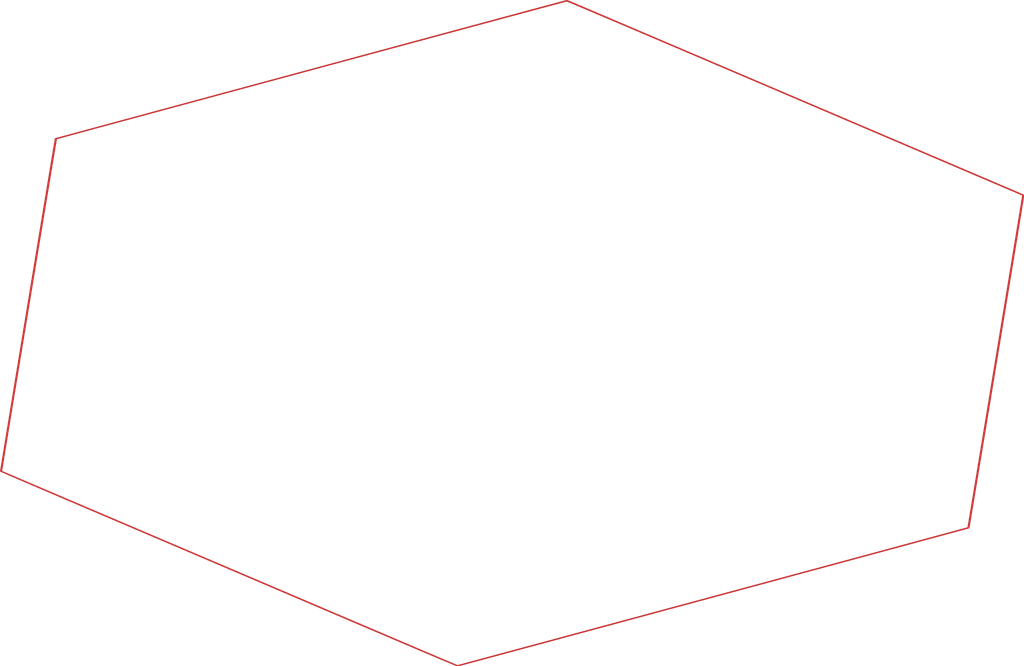
<source format=kicad_pcb>

(kicad_pcb (version 4) (host pcbnew 4.0.7)

	(general
		(links 0)
		(no_connects 0)
		(area 77.052499 41.877835 92.193313 53.630501)
		(thickness 1.6)
		(drawings 8)
		(tracks 0)
		(zones 0)
		(modules 1)
		(nets 1)
	)

	(page A4)
	(layers
		(0 F.Cu signal)
		(31 B.Cu signal)
		(32 B.Adhes user)
		(33 F.Adhes user)
		(34 B.Paste user)
		(35 F.Paste user)
		(36 B.SilkS user)
		(37 F.SilkS user)
		(38 B.Mask user)
		(39 F.Mask user)
		(40 Dwgs.User user)
		(41 Cmts.User user)
		(42 Eco1.User user)
		(43 Eco2.User user)
		(44 Edge.Cuts user)
		(45 Margin user)
		(46 B.CrtYd user)
		(47 F.CrtYd user)
		(48 B.Fab user)
		(49 F.Fab user)
	)

	(setup
		(last_trace_width 0.25)
		(trace_clearance 0.2)
		(zone_clearance 0.508)
		(zone_45_only no)
		(trace_min 0.2)
		(segment_width 0.2)
		(edge_width 0.15)
		(via_size 0.6)
		(via_drill 0.4)
		(via_min_size 0.4)
		(via_min_drill 0.3)
		(uvia_size 0.3)
		(uvia_drill 0.1)
		(uvias_allowed no)
		(uvia_min_size 0.2)
		(uvia_min_drill 0.1)
		(pcb_text_width 0.3)
		(pcb_text_size 1.5 1.5)
		(mod_edge_width 0.15)
		(mod_text_size 1 1)
		(mod_text_width 0.15)
		(pad_size 1.524 1.524)
		(pad_drill 0.762)
		(pad_to_mask_clearance 0.2)
		(aux_axis_origin 0 0)
		(visible_elements FFFFFF7F)
		(pcbplotparams
			(layerselection 0x010f0_80000001)
			(usegerberextensions false)
			(excludeedgelayer true)
			(linewidth 0.100000)
			(plotframeref false)
			(viasonmask false)
			(mode 1)
			(useauxorigin false)
			(hpglpennumber 1)
			(hpglpenspeed 20)
			(hpglpendiameter 15)
			(hpglpenoverlay 2)
			(psnegative false)
			(psa4output false)
			(plotreference true)
			(plotvalue true)
			(plotinvisibletext false)
			(padsonsilk false)
			(subtractmaskfromsilk false)
			(outputformat 1)
			(mirror false)
			(drillshape 1)
			(scaleselection 1)
			(outputdirectory gerbers/))
	)

	(net 0 "")

	(net_class Default "This is the default net class."
		(clearance 0.2)
		(trace_width 0.25)
		(via_dia 0.6)
		(via_drill 0.4)
		(uvia_dia 0.3)
		(uvia_drill 0.1)
	)
(module LOGO (layer F.Cu)
  (at 0 0)
 (fp_text reference "G***" (at 0 0) (layer F.SilkS) hide
  (effects (font (thickness 0.3)))
  )
  (fp_text value "LOGO" (at 0.75 0) (layer F.SilkS) hide
  (effects (font (thickness 0.3)))
  )
  (fp_poly (pts (xy 1.481233 -19.464566) (xy 1.511251 -19.457297) (xy 1.555530 -19.442572) (xy 1.616155 -19.419630) (xy 1.695215 -19.387711) (xy 1.794796 -19.346058) (xy 1.818986 -19.335801) (xy 1.844560 -19.324918)
     (xy 1.892796 -19.304371) (xy 1.962995 -19.274460) (xy 2.054454 -19.235482) (xy 2.166472 -19.187738) (xy 2.298348 -19.131526) (xy 2.449381 -19.067146) (xy 2.618869 -18.994895) (xy 2.806111 -18.915074)
     (xy 3.010405 -18.827982) (xy 3.231050 -18.733917) (xy 3.467346 -18.633179) (xy 3.718590 -18.526066) (xy 3.984081 -18.412877) (xy 4.263118 -18.293912) (xy 4.554999 -18.169470) (xy 4.859024 -18.039849)
     (xy 5.174491 -17.905350) (xy 5.500698 -17.766269) (xy 5.836945 -17.622908) (xy 6.182529 -17.475564) (xy 6.536750 -17.324538) (xy 6.898907 -17.170127) (xy 7.268297 -17.012631) (xy 7.644220 -16.852349)
     (xy 8.025974 -16.689580) (xy 8.412858 -16.524622) (xy 8.804170 -16.357776) (xy 9.199210 -16.189340) (xy 9.597276 -16.019614) (xy 9.997666 -15.848895) (xy 10.399680 -15.677483) (xy 10.802616 -15.505678)
     (xy 11.205772 -15.333778) (xy 11.608447 -15.162082) (xy 12.009941 -14.990890) (xy 12.409551 -14.820500) (xy 12.806576 -14.651211) (xy 13.200316 -14.483323) (xy 13.590068 -14.317134) (xy 13.975131 -14.152943)
     (xy 14.354804 -13.991051) (xy 14.728386 -13.831754) (xy 15.095175 -13.675354) (xy 15.454471 -13.522148) (xy 15.805571 -13.372436) (xy 16.147774 -13.226516) (xy 16.480379 -13.084688) (xy 16.802685 -12.947251)
     (xy 17.113990 -12.814504) (xy 17.413593 -12.686745) (xy 17.700793 -12.564275) (xy 17.974888 -12.447391) (xy 18.235178 -12.336393) (xy 18.480960 -12.231581) (xy 18.711533 -12.133252) (xy 18.926196 -12.041707)
     (xy 19.124248 -11.957243) (xy 19.304988 -11.880161) (xy 19.467713 -11.810758) (xy 19.611723 -11.749335) (xy 19.736316 -11.696191) (xy 19.840792 -11.651623) (xy 19.869150 -11.639525) (xy 19.950953 -11.604629)
     (xy 20.054867 -11.560306) (xy 20.179639 -11.507091) (xy 20.324014 -11.445519) (xy 20.486740 -11.376124) (xy 20.666561 -11.299441) (xy 20.862224 -11.216005) (xy 21.072475 -11.126350) (xy 21.296060 -11.031010)
     (xy 21.531726 -10.930521) (xy 21.778219 -10.825418) (xy 22.034284 -10.716234) (xy 22.298668 -10.603505) (xy 22.570117 -10.487764) (xy 22.847377 -10.369548) (xy 23.129195 -10.249390) (xy 23.414316 -10.127825)
     (xy 23.701486 -10.005388) (xy 23.989452 -9.882613) (xy 24.009350 -9.874130) (xy 24.286925 -9.755774) (xy 24.558545 -9.639933) (xy 24.823272 -9.527009) (xy 25.080170 -9.417402) (xy 25.328303 -9.311510)
     (xy 25.566734 -9.209736) (xy 25.794526 -9.112479) (xy 26.010743 -9.020139) (xy 26.214448 -8.933117) (xy 26.404706 -8.851813) (xy 26.580578 -8.776626) (xy 26.741129 -8.707959) (xy 26.885423 -8.646210)
     (xy 27.012522 -8.591780) (xy 27.121490 -8.545069) (xy 27.211391 -8.506477) (xy 27.281288 -8.476405) (xy 27.330245 -8.455254) (xy 27.357324 -8.443422) (xy 27.362663 -8.440974) (xy 27.364219 -8.439798)
     (xy 27.365559 -8.437754) (xy 27.366596 -8.434312) (xy 27.367245 -8.428944) (xy 27.367421 -8.421123) (xy 27.367039 -8.410321) (xy 27.366012 -8.396009) (xy 27.364256 -8.377659) (xy 27.361684 -8.354743)
     (xy 27.358212 -8.326734) (xy 27.353754 -8.293102) (xy 27.348225 -8.253319) (xy 27.341538 -8.206859) (xy 27.333609 -8.153192) (xy 27.324353 -8.091790) (xy 27.313683 -8.022126) (xy 27.301514 -7.943671)
     (xy 27.287762 -7.855897) (xy 27.272339 -7.758276) (xy 27.255162 -7.650280) (xy 27.236144 -7.531380) (xy 27.215200 -7.401049) (xy 27.192244 -7.258759) (xy 27.167192 -7.103981) (xy 27.139957 -6.936187)
     (xy 27.110454 -6.754850) (xy 27.078598 -6.559441) (xy 27.044304 -6.349431) (xy 27.007485 -6.124294) (xy 26.968056 -5.883500) (xy 26.925933 -5.626521) (xy 26.881029 -5.352831) (xy 26.833258 -5.061899)
     (xy 26.782537 -4.753199) (xy 26.728778 -4.426203) (xy 26.671897 -4.080381) (xy 26.611808 -3.715206) (xy 26.548426 -3.330150) (xy 26.481665 -2.924685) (xy 26.411440 -2.498282) (xy 26.337665 -2.050414)
     (xy 26.260255 -1.580552) (xy 26.179125 -1.088168) (xy 26.094188 -0.572735) (xy 26.005360 -0.033724) (xy 25.912555 0.529394) (xy 25.834451 1.003300) (xy 25.754453 1.488633) (xy 25.675453 1.967806)
     (xy 25.597550 2.440206) (xy 25.520847 2.905220) (xy 25.445445 3.362235) (xy 25.371446 3.810641) (xy 25.298950 4.249824) (xy 25.228060 4.679172) (xy 25.158876 5.098073) (xy 25.091500 5.505914)
     (xy 25.026033 5.902084) (xy 24.962577 6.285970) (xy 24.901233 6.656959) (xy 24.842102 7.014439) (xy 24.785286 7.357799) (xy 24.730887 7.686425) (xy 24.679004 7.999706) (xy 24.629741 8.297029)
     (xy 24.583198 8.577781) (xy 24.539477 8.841351) (xy 24.498679 9.087127) (xy 24.460905 9.314495) (xy 24.426258 9.522844) (xy 24.394837 9.711561) (xy 24.366745 9.880034) (xy 24.342083 10.027651)
     (xy 24.320952 10.153799) (xy 24.303454 10.257867) (xy 24.289689 10.339241) (xy 24.279761 10.397309) (xy 24.273769 10.431460) (xy 24.271838 10.441239) (xy 24.259347 10.444837) (xy 24.222917 10.454896)
     (xy 24.163130 10.471259) (xy 24.080568 10.493768) (xy 23.975815 10.522266) (xy 23.849453 10.556595) (xy 23.702065 10.596599) (xy 23.534234 10.642119) (xy 23.346542 10.692999) (xy 23.139572 10.749081)
     (xy 22.913908 10.810207) (xy 22.670130 10.876220) (xy 22.408824 10.946962) (xy 22.130570 11.022277) (xy 21.835953 11.102007) (xy 21.525554 11.185994) (xy 21.199956 11.274081) (xy 20.859743 11.366111)
     (xy 20.505497 11.461926) (xy 20.137800 11.561369) (xy 19.757235 11.664282) (xy 19.364386 11.770508) (xy 18.959835 11.879890) (xy 18.544164 11.992270) (xy 18.117956 12.107490) (xy 17.681795 12.225394)
     (xy 17.236263 12.345824) (xy 16.781942 12.468622) (xy 16.319415 12.593631) (xy 15.849266 12.720695) (xy 15.372077 12.849654) (xy 14.888430 12.980352) (xy 14.398908 13.112632) (xy 13.904095 13.246335)
     (xy 13.404572 13.381306) (xy 12.900923 13.517385) (xy 12.393730 13.654417) (xy 11.883577 13.792242) (xy 11.371045 13.930705) (xy 10.856717 14.069647) (xy 10.341177 14.208912) (xy 9.825008 14.348341)
     (xy 9.308790 14.487778) (xy 8.793109 14.627064) (xy 8.278546 14.766044) (xy 7.765683 14.904558) (xy 7.255105 15.042450) (xy 6.747393 15.179562) (xy 6.243130 15.315737) (xy 5.742900 15.450818)
     (xy 5.247284 15.584647) (xy 4.756866 15.717066) (xy 4.272228 15.847919) (xy 3.793953 15.977047) (xy 3.322623 16.104294) (xy 2.858823 16.229502) (xy 2.403133 16.352514) (xy 1.956137 16.473172)
     (xy 1.518419 16.591318) (xy 1.090559 16.706796) (xy 0.673142 16.819448) (xy 0.266750 16.929117) (xy -0.128034 17.035645) (xy -0.510628 17.138874) (xy -0.880449 17.238648) (xy -1.236914 17.334809)
     (xy -1.579440 17.427199) (xy -1.907444 17.515661) (xy -2.220344 17.600038) (xy -2.517558 17.680173) (xy -2.798502 17.755907) (xy -3.062593 17.827084) (xy -3.309249 17.893546) (xy -3.537887 17.955135)
     (xy -3.747925 18.011695) (xy -3.938779 18.063067) (xy -4.109867 18.109095) (xy -4.260606 18.149621) (xy -4.390413 18.184488) (xy -4.498706 18.213538) (xy -4.584902 18.236613) (xy -4.648417 18.253557)
     (xy -4.688671 18.264212) (xy -4.705078 18.268421) (xy -4.705350 18.268475) (xy -4.711916 18.267225) (xy -4.726602 18.262443) (xy -4.749864 18.253936) (xy -4.782158 18.241511) (xy -4.823940 18.224975)
     (xy -4.875666 18.204135) (xy -4.937791 18.178798) (xy -5.010771 18.148771) (xy -5.095061 18.113860) (xy -5.191118 18.073873) (xy -5.299397 18.028617) (xy -5.420353 17.977899) (xy -5.554444 17.921525)
     (xy -5.702123 17.859303) (xy -5.863847 17.791039) (xy -6.040072 17.716541) (xy -6.231253 17.635614) (xy -6.437846 17.548068) (xy -6.660307 17.453707) (xy -6.899091 17.352340) (xy -7.154654 17.243773)
     (xy -7.427452 17.127812) (xy -7.717941 17.004266) (xy -8.026576 16.872941) (xy -8.353813 16.733644) (xy -8.700108 16.586182) (xy -9.065916 16.430361) (xy -9.451693 16.265989) (xy -9.857895 16.092873)
     (xy -10.284977 15.910820) (xy -10.733395 15.719636) (xy -11.203606 15.519128) (xy -11.696064 15.309105) (xy -12.211225 15.089371) (xy -12.439650 14.991933) (xy -12.874662 14.806368) (xy -13.308281 14.621398)
     (xy -13.739729 14.437355) (xy -14.168225 14.254572) (xy -14.592989 14.073383) (xy -15.013240 13.894119) (xy -15.428199 13.717113) (xy -15.837085 13.542699) (xy -16.239118 13.371209) (xy -16.633518 13.202976)
     (xy -17.019506 13.038333) (xy -17.396299 12.877611) (xy -17.763120 12.721145) (xy -18.119186 12.569267) (xy -18.463719 12.422310) (xy -18.795938 12.280606) (xy -19.115063 12.144488) (xy -19.420314 12.014289)
     (xy -19.710910 11.890342) (xy -19.986071 11.772980) (xy -20.245018 11.662535) (xy -20.486969 11.559339) (xy -20.711146 11.463727) (xy -20.916767 11.376031) (xy -21.103053 11.296583) (xy -21.269223 11.225716)
     (xy -21.414497 11.163763) (xy -21.538096 11.111056) (xy -21.639238 11.067929) (xy -21.653500 11.061848) (xy -22.204859 10.826767) (xy -22.733330 10.601437) (xy -23.239394 10.385654) (xy -23.723531 10.179212)
     (xy -24.186220 9.981906) (xy -24.627943 9.793529) (xy -25.049177 9.613877) (xy -25.450403 9.442744) (xy -25.832102 9.279924) (xy -26.194752 9.125211) (xy -26.538834 8.978401) (xy -26.864828 8.839287)
     (xy -27.173212 8.707664) (xy -27.464468 8.583327) (xy -27.739075 8.466070) (xy -27.997513 8.355686) (xy -28.240262 8.251972) (xy -28.467801 8.154721) (xy -28.680610 8.063727) (xy -28.879170 7.978785)
     (xy -29.063960 7.899690) (xy -29.235459 7.826236) (xy -29.394149 7.758217) (xy -29.540508 7.695428) (xy -29.675016 7.637663) (xy -29.798153 7.584717) (xy -29.910400 7.536384) (xy -30.012236 7.492459)
     (xy -30.104140 7.452735) (xy -30.186593 7.417008) (xy -30.260074 7.385072) (xy -30.325064 7.356721) (xy -30.382041 7.331750) (xy -30.431487 7.309954) (xy -30.473881 7.291125) (xy -30.509702 7.275060)
     (xy -30.539430 7.261553) (xy -30.563546 7.250397) (xy -30.582529 7.241388) (xy -30.596859 7.234319) (xy -30.607016 7.228986) (xy -30.613479 7.225183) (xy -30.616729 7.222703) (xy -30.617336 7.221769)
     (xy -30.615517 7.208236) (xy -30.615076 7.205372) (xy -30.504030 7.205372) (xy -30.504017 7.205397) (xy -30.491981 7.210683) (xy -30.457156 7.225680) (xy -30.400117 7.250144) (xy -30.321438 7.283829)
     (xy -30.221694 7.326490) (xy -30.101459 7.377882) (xy -29.961309 7.437761) (xy -29.801817 7.505882) (xy -29.623559 7.581998) (xy -29.427109 7.665867) (xy -29.213042 7.757242) (xy -28.981932 7.855878)
     (xy -28.734353 7.961532) (xy -28.470882 8.073956) (xy -28.192091 8.192908) (xy -27.898556 8.318141) (xy -27.590851 8.449411) (xy -27.269551 8.586473) (xy -26.935231 8.729082) (xy -26.588465 8.876993)
     (xy -26.229828 9.029961) (xy -25.859894 9.187740) (xy -25.479238 9.350087) (xy -25.088434 9.516756) (xy -24.688058 9.687501) (xy -24.278683 9.862079) (xy -23.860885 10.040245) (xy -23.435239 10.221752)
     (xy -23.002317 10.406357) (xy -22.562696 10.593813) (xy -22.116950 10.783878) (xy -21.665653 10.976304) (xy -21.209381 11.170848) (xy -20.748707 11.367265) (xy -20.284206 11.565309) (xy -19.816454 11.764735)
     (xy -19.346024 11.965299) (xy -18.873491 12.166756) (xy -18.399430 12.368860) (xy -17.924415 12.571367) (xy -17.449021 12.774032) (xy -16.973823 12.976609) (xy -16.499395 13.178854) (xy -16.026312 13.380523)
     (xy -15.555148 13.581368) (xy -15.086478 13.781147) (xy -14.620877 13.979614) (xy -14.158920 14.176524) (xy -13.701180 14.371632) (xy -13.248233 14.564692) (xy -12.800652 14.755461) (xy -12.359014 14.943694)
     (xy -11.923892 15.129144) (xy -11.495860 15.311567) (xy -11.075495 15.490719) (xy -10.663369 15.666354) (xy -10.260059 15.838227) (xy -9.866137 16.006094) (xy -9.482180 16.169709) (xy -9.108761 16.328828)
     (xy -8.746456 16.483205) (xy -8.395838 16.632596) (xy -8.057483 16.776755) (xy -7.731965 16.915438) (xy -7.419858 17.048399) (xy -7.121738 17.175394) (xy -6.838179 17.296178) (xy -6.569755 17.410506)
     (xy -6.317041 17.518132) (xy -6.080612 17.618812) (xy -5.861043 17.712301) (xy -5.658907 17.798354) (xy -5.474780 17.876726) (xy -5.309236 17.947172) (xy -5.162850 18.009447) (xy -5.036197 18.063306)
     (xy -4.929850 18.108504) (xy -4.844385 18.144797) (xy -4.780376 18.171938) (xy -4.738398 18.189684) (xy -4.719026 18.197789) (xy -4.717694 18.198306) (xy -4.704973 18.195049) (xy -4.668210 18.185296)
     (xy -4.607884 18.169178) (xy -4.524474 18.146823) (xy -4.418459 18.118361) (xy -4.290318 18.083921) (xy -4.140530 18.043633) (xy -3.969574 17.997625) (xy -3.777929 17.946026) (xy -3.566075 17.888967)
     (xy -3.334490 17.826576) (xy -3.083653 17.758982) (xy -2.814043 17.686314) (xy -2.526139 17.608703) (xy -2.220421 17.526277) (xy -1.897367 17.439165) (xy -1.557456 17.347496) (xy -1.201168 17.251400)
     (xy -0.828981 17.151007) (xy -0.441374 17.046444) (xy -0.038827 16.937842) (xy 0.378182 16.825330) (xy 0.809173 16.709036) (xy 1.253668 16.589091) (xy 1.711187 16.465623) (xy 2.181252 16.338761)
     (xy 2.663384 16.208635) (xy 3.157102 16.075375) (xy 3.661930 15.939109) (xy 4.177386 15.799966) (xy 4.702993 15.658076) (xy 5.238271 15.513567) (xy 5.782742 15.366570) (xy 6.335926 15.217214)
     (xy 6.897344 15.065627) (xy 7.466518 14.911939) (xy 8.042967 14.756279) (xy 8.626214 14.598776) (xy 9.215779 14.439560) (xy 9.726485 14.301635) (xy 10.321089 14.141041) (xy 10.909779 13.982030)
     (xy 11.492078 13.824732) (xy 12.067507 13.669276) (xy 12.635587 13.515792) (xy 13.195839 13.364410) (xy 13.747783 13.215258) (xy 14.290942 13.068467) (xy 14.824836 12.924166) (xy 15.348986 12.782486)
     (xy 15.862914 12.643554) (xy 16.366139 12.507502) (xy 16.858185 12.374459) (xy 17.338571 12.244553) (xy 17.806818 12.117916) (xy 18.262449 11.994677) (xy 18.704983 11.874965) (xy 19.133942 11.758909)
     (xy 19.548847 11.646640) (xy 19.949220 11.538287) (xy 20.334580 11.433980) (xy 20.704450 11.333848) (xy 21.058350 11.238021) (xy 21.395801 11.146628) (xy 21.716326 11.059800) (xy 22.019443 10.977665)
     (xy 22.304676 10.900354) (xy 22.571544 10.827996) (xy 22.819569 10.760720) (xy 23.048272 10.698657) (xy 23.257174 10.641935) (xy 23.445797 10.590685) (xy 23.613660 10.545036) (xy 23.760286 10.505118)
     (xy 23.885195 10.471060) (xy 23.987909 10.442992) (xy 24.067948 10.421044) (xy 24.124834 10.405344) (xy 24.158088 10.396024) (xy 24.167419 10.393210) (xy 24.169967 10.380238) (xy 24.176508 10.342960)
     (xy 24.186920 10.282124) (xy 24.201079 10.198477) (xy 24.218862 10.092767) (xy 24.240146 9.965742) (xy 24.264808 9.818149) (xy 24.292723 9.650737) (xy 24.323770 9.464251) (xy 24.357825 9.259441)
     (xy 24.394764 9.037054) (xy 24.434465 8.797837) (xy 24.476803 8.542538) (xy 24.521657 8.271905) (xy 24.568903 7.986685) (xy 24.618417 7.687626) (xy 24.670076 7.375476) (xy 24.723758 7.050982)
     (xy 24.779338 6.714892) (xy 24.836694 6.367954) (xy 24.895702 6.010915) (xy 24.956239 5.644522) (xy 25.018183 5.269524) (xy 25.081409 4.886668) (xy 25.145794 4.496702) (xy 25.211216 4.100373)
     (xy 25.277551 3.698429) (xy 25.344676 3.291618) (xy 25.412467 2.880687) (xy 25.480802 2.466384) (xy 25.549556 2.049456) (xy 25.618608 1.630651) (xy 25.687833 1.210718) (xy 25.757109 0.790402)
     (xy 25.826313 0.370453) (xy 25.895320 -0.048382) (xy 25.964008 -0.465357) (xy 26.032253 -0.879722) (xy 26.099933 -1.290730) (xy 26.166924 -1.697635) (xy 26.233103 -2.099687) (xy 26.298347 -2.496140)
     (xy 26.362532 -2.886246) (xy 26.425535 -3.269257) (xy 26.487234 -3.644426) (xy 26.547504 -4.011004) (xy 26.606223 -4.368245) (xy 26.663267 -4.715401) (xy 26.718513 -5.051723) (xy 26.771838 -5.376466)
     (xy 26.823119 -5.688879) (xy 26.872232 -5.988217) (xy 26.919054 -6.273732) (xy 26.963463 -6.544675) (xy 27.005334 -6.800300) (xy 27.044544 -7.039858) (xy 27.080971 -7.262602) (xy 27.114491 -7.467784)
     (xy 27.144981 -7.654657) (xy 27.172318 -7.822474) (xy 27.196378 -7.970485) (xy 27.217038 -8.097945) (xy 27.234176 -8.204104) (xy 27.247667 -8.288216) (xy 27.257388 -8.349533) (xy 27.263217 -8.387307)
     (xy 27.265030 -8.400791) (xy 27.265021 -8.400812) (xy 27.253190 -8.405989) (xy 27.218465 -8.420928) (xy 27.161320 -8.445430) (xy 27.082225 -8.479291) (xy 26.981651 -8.522312) (xy 26.860071 -8.574292)
     (xy 26.717956 -8.635028) (xy 26.555776 -8.704319) (xy 26.374004 -8.781966) (xy 26.173111 -8.867765) (xy 25.953569 -8.961517) (xy 25.715848 -9.063019) (xy 25.460421 -9.172072) (xy 25.187758 -9.288473)
     (xy 24.898331 -9.412021) (xy 24.592612 -9.542515) (xy 24.271072 -9.679755) (xy 23.934183 -9.823538) (xy 23.582415 -9.973663) (xy 23.216241 -10.129931) (xy 22.836132 -10.292138) (xy 22.442559 -10.460084)
     (xy 22.035994 -10.633568) (xy 21.616908 -10.812389) (xy 21.185772 -10.996345) (xy 20.743059 -11.185236) (xy 20.289239 -11.378859) (xy 19.824784 -11.577014) (xy 19.350165 -11.779500) (xy 18.865854 -11.986116)
     (xy 18.372322 -12.196659) (xy 17.870041 -12.410930) (xy 17.359482 -12.628727) (xy 16.841117 -12.849848) (xy 16.315417 -13.074093) (xy 15.782853 -13.301260) (xy 15.243897 -13.531148) (xy 14.699020 -13.763556)
     (xy 14.388668 -13.895929) (xy 13.638452 -14.215899) (xy 12.911512 -14.525910) (xy 12.207770 -14.825997) (xy 11.527149 -15.116192) (xy 10.869573 -15.396527) (xy 10.234962 -15.667037) (xy 9.623242 -15.927753)
     (xy 9.034333 -16.178708) (xy 8.468159 -16.419936) (xy 7.924644 -16.651469) (xy 7.403708 -16.873339) (xy 6.905276 -17.085580) (xy 6.429270 -17.288225) (xy 5.975613 -17.481306) (xy 5.544228 -17.664856)
     (xy 5.135037 -17.838908) (xy 4.747964 -18.003495) (xy 4.382930 -18.158650) (xy 4.039859 -18.304405) (xy 3.718674 -18.440793) (xy 3.419297 -18.567848) (xy 3.141651 -18.685601) (xy 2.885658 -18.794087)
     (xy 2.651243 -18.893336) (xy 2.438327 -18.983384) (xy 2.246833 -19.064261) (xy 2.076685 -19.136002) (xy 1.927803 -19.198638) (xy 1.800113 -19.252203) (xy 1.693536 -19.296730) (xy 1.607995 -19.332251)
     (xy 1.543413 -19.358799) (xy 1.499712 -19.376408) (xy 1.476816 -19.385109) (xy 1.473200 -19.386131) (xy 1.459164 -19.382862) (xy 1.421214 -19.373123) (xy 1.359935 -19.357073) (xy 1.275911 -19.334870)
     (xy 1.169727 -19.306670) (xy 1.041965 -19.272633) (xy 0.893211 -19.232915) (xy 0.724049 -19.187674) (xy 0.535063 -19.137068) (xy 0.326837 -19.081255) (xy 0.099955 -19.020392) (xy -0.144998 -18.954638)
     (xy -0.407438 -18.884150) (xy -0.686781 -18.809085) (xy -0.982442 -18.729602) (xy -1.293839 -18.645858) (xy -1.620385 -18.558011) (xy -1.961497 -18.466218) (xy -2.316592 -18.370638) (xy -2.685084 -18.271428)
     (xy -3.066389 -18.168746) (xy -3.459923 -18.062750) (xy -3.865103 -17.953597) (xy -4.281343 -17.841445) (xy -4.708059 -17.726452) (xy -5.144668 -17.608775) (xy -5.590585 -17.488573) (xy -6.045226 -17.366003)
     (xy -6.508006 -17.241222) (xy -6.978342 -17.114389) (xy -7.455649 -16.985661) (xy -7.939343 -16.855197) (xy -8.428840 -16.723153) (xy -8.923555 -16.589687) (xy -9.422905 -16.454958) (xy -9.926305 -16.319122)
     (xy -10.433170 -16.182339) (xy -10.942918 -16.044764) (xy -11.454962 -15.906557) (xy -11.968720 -15.767875) (xy -12.483607 -15.628875) (xy -12.999039 -15.489716) (xy -13.514431 -15.350555) (xy -14.029199 -15.211549)
     (xy -14.542760 -15.072858) (xy -15.054529 -14.934637) (xy -15.563921 -14.797046) (xy -16.070353 -14.660241) (xy -16.573240 -14.524381) (xy -17.071998 -14.389623) (xy -17.566042 -14.256125) (xy -18.054790 -14.124045)
     (xy -18.537655 -13.993540) (xy -19.014055 -13.864769) (xy -19.483405 -13.737888) (xy -19.945121 -13.613057) (xy -20.398618 -13.490431) (xy -20.843312 -13.370170) (xy -21.278619 -13.252431) (xy -21.703955 -13.137371)
     (xy -22.118736 -13.025149) (xy -22.522377 -12.915922) (xy -22.914295 -12.809847) (xy -23.293904 -12.707083) (xy -23.660621 -12.607788) (xy -24.013861 -12.512119) (xy -24.353041 -12.420233) (xy -24.677576 -12.332289)
     (xy -24.986882 -12.248444) (xy -25.280374 -12.168856) (xy -25.557469 -12.093683) (xy -25.817582 -12.023083) (xy -26.060129 -11.957213) (xy -26.284526 -11.896230) (xy -26.490188 -11.840294) (xy -26.676532 -11.789560)
     (xy -26.842972 -11.744188) (xy -26.988926 -11.704335) (xy -27.113808 -11.670159) (xy -27.217035 -11.641817) (xy -27.298022 -11.619467) (xy -27.356185 -11.603267) (xy -27.390939 -11.593374) (xy -27.401732 -11.589985)
     (xy -27.404382 -11.576984) (xy -27.411028 -11.539680) (xy -27.421547 -11.478819) (xy -27.435815 -11.395151) (xy -27.453709 -11.289421) (xy -27.475106 -11.162378) (xy -27.499882 -11.014769) (xy -27.527914 -10.847341)
     (xy -27.559079 -10.660843) (xy -27.593252 -10.456022) (xy -27.630311 -10.233625) (xy -27.670133 -9.994400) (xy -27.712593 -9.739095) (xy -27.757569 -9.468456) (xy -27.804937 -9.183232) (xy -27.854574 -8.884170)
     (xy -27.906357 -8.572017) (xy -27.960161 -8.247521) (xy -28.015864 -7.911430) (xy -28.073342 -7.564492) (xy -28.132472 -7.207452) (xy -28.193131 -6.841061) (xy -28.255194 -6.466063) (xy -28.318540 -6.083209)
     (xy -28.383043 -5.693244) (xy -28.448582 -5.296916) (xy -28.515032 -4.894974) (xy -28.582270 -4.488163) (xy -28.650173 -4.077233) (xy -28.718617 -3.662931) (xy -28.787480 -3.246003) (xy -28.856636 -2.827198)
     (xy -28.925965 -2.407263) (xy -28.995341 -1.986946) (xy -29.064641 -1.566994) (xy -29.133743 -1.148155) (xy -29.202522 -0.731176) (xy -29.270855 -0.316805) (xy -29.338620 0.094211) (xy -29.405692 0.501124)
     (xy -29.471948 0.903186) (xy -29.537265 1.299650) (xy -29.601519 1.689769) (xy -29.664587 2.072795) (xy -29.726346 2.447980) (xy -29.786672 2.814578) (xy -29.845442 3.171839) (xy -29.902532 3.519017)
     (xy -29.957819 3.855365) (xy -30.011180 4.180134) (xy -30.062492 4.492577) (xy -30.111630 4.791948) (xy -30.158472 5.077497) (xy -30.202894 5.348477) (xy -30.244772 5.604142) (xy -30.283984 5.843744)
     (xy -30.320406 6.066534) (xy -30.353915 6.271766) (xy -30.384387 6.458691) (xy -30.411698 6.626563) (xy -30.435726 6.774634) (xy -30.456347 6.902156) (xy -30.473438 7.008382) (xy -30.486875 7.092564)
     (xy -30.496535 7.153955) (xy -30.502294 7.191806) (xy -30.504030 7.205372) (xy -30.615076 7.205372) (xy -30.609683 7.170405) (xy -30.599955 7.109021) (xy -30.586458 7.024832) (xy -30.569313 6.918584)
     (xy -30.548645 6.791023) (xy -30.524576 6.642898) (xy -30.497230 6.474955) (xy -30.466729 6.287939) (xy -30.433196 6.082599) (xy -30.396754 5.859681) (xy -30.357527 5.619932) (xy -30.315637 5.364098)
     (xy -30.271208 5.092926) (xy -30.224363 4.807164) (xy -30.175224 4.507557) (xy -30.123914 4.194853) (xy -30.070558 3.869798) (xy -30.015277 3.533140) (xy -29.958195 3.185625) (xy -29.899434 2.827999)
     (xy -29.839119 2.461010) (xy -29.777371 2.085405) (xy -29.714314 1.701929) (xy -29.650072 1.311331) (xy -29.584766 0.914356) (xy -29.518520 0.511752) (xy -29.451458 0.104265) (xy -29.383701 -0.307358)
     (xy -29.315374 -0.722370) (xy -29.246599 -1.140024) (xy -29.177499 -1.559574) (xy -29.108197 -1.980273) (xy -29.038817 -2.401374) (xy -28.969481 -2.822130) (xy -28.900312 -3.241794) (xy -28.831434 -3.659620)
     (xy -28.762970 -4.074861) (xy -28.695042 -4.486770) (xy -28.627773 -4.894600) (xy -28.561288 -5.297605) (xy -28.495707 -5.695037) (xy -28.431156 -6.086151) (xy -28.367756 -6.470199) (xy -28.305631 -6.846434)
     (xy -28.244904 -7.214109) (xy -28.185698 -7.572479) (xy -28.128135 -7.920795) (xy -28.072340 -8.258312) (xy -28.018435 -8.584282) (xy -27.966542 -8.897958) (xy -27.916786 -9.198595) (xy -27.869289 -9.485445)
     (xy -27.824174 -9.757761) (xy -27.781564 -10.014796) (xy -27.741582 -10.255805) (xy -27.704352 -10.480039) (xy -27.669995 -10.686752) (xy -27.638637 -10.875198) (xy -27.610398 -11.044630) (xy -27.585403 -11.194300)
     (xy -27.563775 -11.323462) (xy -27.545636 -11.431370) (xy -27.531110 -11.517276) (xy -27.520319 -11.580433) (xy -27.513387 -11.620096) (xy -27.510436 -11.635517) (xy -27.510364 -11.635697) (xy -27.497931 -11.639262)
     (xy -27.461559 -11.649291) (xy -27.401830 -11.665626) (xy -27.319328 -11.688110) (xy -27.214634 -11.716586) (xy -27.088333 -11.750896) (xy -26.941006 -11.790883) (xy -26.773236 -11.836388) (xy -26.585606 -11.887256)
     (xy -26.378698 -11.943328) (xy -26.153096 -12.004447) (xy -25.909382 -12.070455) (xy -25.648138 -12.141196) (xy -25.369948 -12.216510) (xy -25.075394 -12.296242) (xy -24.765059 -12.380233) (xy -24.439526 -12.468326)
     (xy -24.099376 -12.560364) (xy -23.745194 -12.656189) (xy -23.377561 -12.755644) (xy -22.997060 -12.858571) (xy -22.604275 -12.964813) (xy -22.199787 -13.074212) (xy -21.784180 -13.186611) (xy -21.358036 -13.301852)
     (xy -20.921937 -13.419779) (xy -20.476467 -13.540232) (xy -20.022209 -13.663056) (xy -19.559744 -13.788093) (xy -19.089656 -13.915184) (xy -18.612528 -14.044173) (xy -18.128941 -14.174902) (xy -17.639480 -14.307214)
     (xy -17.144725 -14.440951) (xy -16.645261 -14.575956) (xy -16.141670 -14.712071) (xy -15.634534 -14.849139) (xy -15.124437 -14.987003) (xy -14.611961 -15.125504) (xy -14.097688 -15.264486) (xy -13.582202 -15.403791)
     (xy -13.066085 -15.543261) (xy -12.549920 -15.682740) (xy -12.034289 -15.822069) (xy -11.519775 -15.961091) (xy -11.006962 -16.099650) (xy -10.496431 -16.237586) (xy -9.988765 -16.374743) (xy -9.484547 -16.510963)
     (xy -8.984361 -16.646089) (xy -8.488787 -16.779964) (xy -7.998410 -16.912430) (xy -7.513811 -17.043329) (xy -7.035575 -17.172504) (xy -6.564282 -17.299797) (xy -6.100516 -17.425052) (xy -5.644860 -17.548111)
     (xy -5.197897 -17.668815) (xy -4.760208 -17.787008) (xy -4.332377 -17.902533) (xy -3.914987 -18.015231) (xy -3.508620 -18.124946) (xy -3.113859 -18.231519) (xy -2.731286 -18.334794) (xy -2.361485 -18.434613)
     (xy -2.005037 -18.530818) (xy -1.662527 -18.623252) (xy -1.334535 -18.711758) (xy -1.021646 -18.796178) (xy -0.724442 -18.876355) (xy -0.443505 -18.952130) (xy -0.179419 -19.023348) (xy 0.067235 -19.089850)
     (xy 0.295873 -19.151478) (xy 0.505913 -19.208076) (xy 0.696771 -19.259486) (xy 0.867866 -19.305550) (xy 1.018614 -19.346111) (xy 1.148434 -19.381011) (xy 1.256741 -19.410094) (xy 1.342954 -19.433201)
     (xy 1.406490 -19.450175) (xy 1.446765 -19.460859) (xy 1.463198 -19.465095) (xy 1.463386 -19.465135) (xy 1.481233 -19.464566) )(layer F.Cu) (width  0.010000)
  )
)

)

</source>
